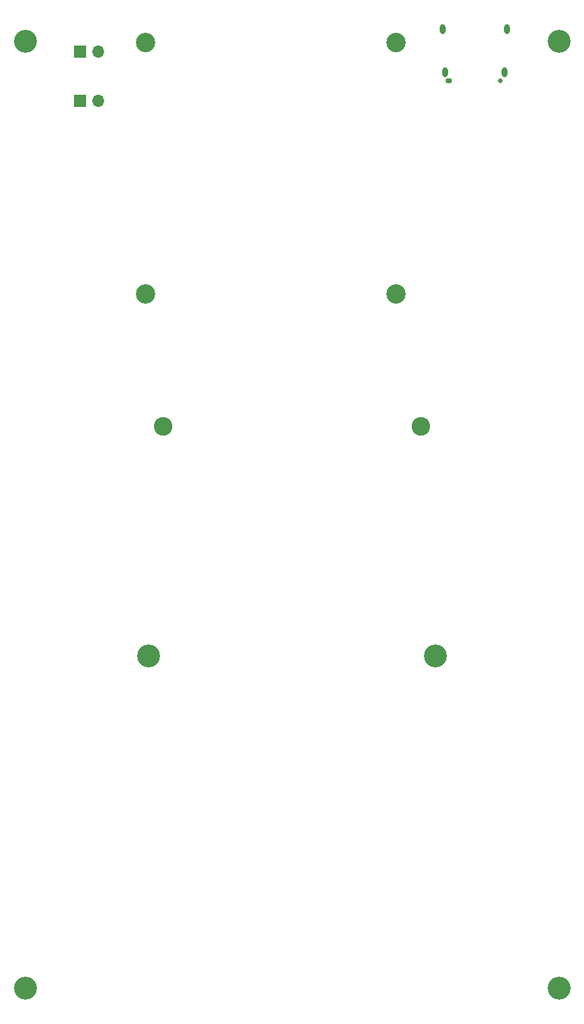
<source format=gbr>
G04 #@! TF.GenerationSoftware,KiCad,Pcbnew,6.0.9-8da3e8f707~117~ubuntu22.04.1*
G04 #@! TF.CreationDate,2023-01-10T09:45:36+01:00*
G04 #@! TF.ProjectId,qCamPCR,7143616d-5043-4522-9e6b-696361645f70,rev?*
G04 #@! TF.SameCoordinates,Original*
G04 #@! TF.FileFunction,Soldermask,Bot*
G04 #@! TF.FilePolarity,Negative*
%FSLAX46Y46*%
G04 Gerber Fmt 4.6, Leading zero omitted, Abs format (unit mm)*
G04 Created by KiCad (PCBNEW 6.0.9-8da3e8f707~117~ubuntu22.04.1) date 2023-01-10 09:45:36*
%MOMM*%
%LPD*%
G01*
G04 APERTURE LIST*
%ADD10C,0.650000*%
%ADD11O,0.950000X0.650000*%
%ADD12O,0.800000X1.400000*%
%ADD13C,3.200000*%
%ADD14R,1.700000X1.700000*%
%ADD15O,1.700000X1.700000*%
%ADD16C,2.600000*%
%ADD17C,2.700000*%
G04 APERTURE END LIST*
D10*
X129080000Y-39550000D03*
D11*
X121880000Y-39550000D03*
D12*
X120990000Y-32350000D03*
X121350000Y-38300000D03*
X129610000Y-38300000D03*
X129970000Y-32350000D03*
D13*
X62750000Y-34000000D03*
X137250000Y-34000000D03*
X62750000Y-166000000D03*
X137250000Y-166000000D03*
X79967671Y-119703353D03*
X120003581Y-119703353D03*
D14*
X70409000Y-42342000D03*
D15*
X72949000Y-42342000D03*
D14*
X70409000Y-35484000D03*
D15*
X72949000Y-35484000D03*
D16*
X118000000Y-87698074D03*
X82000000Y-87698074D03*
D17*
X114500000Y-34192091D03*
X79500000Y-69192091D03*
X114500000Y-69192091D03*
X79500000Y-34192091D03*
M02*

</source>
